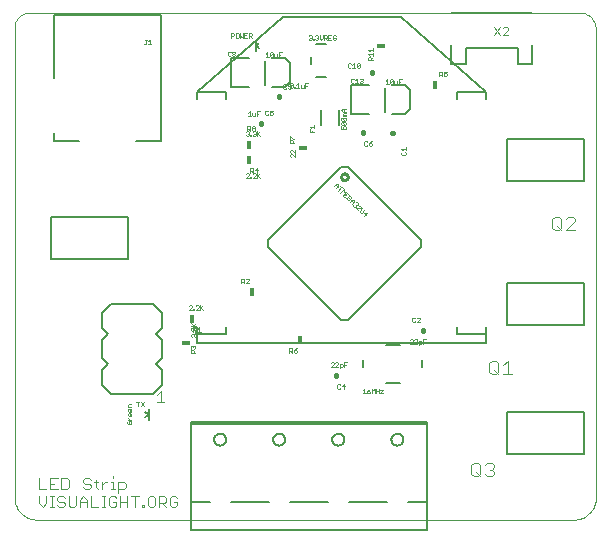
<source format=gto>
G75*
G70*
%OFA0B0*%
%FSLAX24Y24*%
%IPPOS*%
%LPD*%
%AMOC8*
5,1,8,0,0,1.08239X$1,22.5*
%
%ADD10C,0.0000*%
%ADD11C,0.0030*%
%ADD12C,0.0160*%
%ADD13C,0.0010*%
%ADD14C,0.0080*%
%ADD15C,0.0050*%
%ADD16R,0.0280X0.0160*%
%ADD17R,0.0160X0.0280*%
%ADD18C,0.0100*%
%ADD19C,0.0020*%
%ADD20C,0.0040*%
%ADD21C,0.0060*%
D10*
X000963Y000480D02*
X018988Y000480D01*
X018988Y000481D02*
X019039Y000486D01*
X019089Y000495D01*
X019138Y000508D01*
X019187Y000524D01*
X019234Y000543D01*
X019279Y000566D01*
X019323Y000592D01*
X019365Y000621D01*
X019405Y000653D01*
X019442Y000687D01*
X019477Y000725D01*
X019509Y000764D01*
X019538Y000806D01*
X019564Y000850D01*
X019587Y000896D01*
X019607Y000943D01*
X019623Y000991D01*
X019635Y001040D01*
X019645Y001090D01*
X019650Y001141D01*
X019652Y001192D01*
X019650Y001243D01*
X019650Y016717D01*
X019656Y016764D01*
X019659Y016810D01*
X019658Y016857D01*
X019652Y016904D01*
X019643Y016950D01*
X019630Y016995D01*
X019614Y017039D01*
X019594Y017082D01*
X019570Y017122D01*
X019543Y017161D01*
X019513Y017197D01*
X019480Y017230D01*
X019445Y017261D01*
X019407Y017289D01*
X019367Y017313D01*
X019325Y017335D01*
X019282Y017352D01*
X019237Y017366D01*
X019191Y017376D01*
X000760Y017376D01*
X000718Y017374D01*
X000677Y017369D01*
X000636Y017360D01*
X000596Y017347D01*
X000557Y017331D01*
X000520Y017312D01*
X000485Y017289D01*
X000451Y017264D01*
X000421Y017235D01*
X000392Y017205D01*
X000367Y017171D01*
X000344Y017136D01*
X000325Y017099D01*
X000309Y017060D01*
X000296Y017020D01*
X000287Y016979D01*
X000282Y016938D01*
X000280Y016896D01*
X000280Y001263D01*
X000278Y001211D01*
X000280Y001158D01*
X000286Y001106D01*
X000295Y001054D01*
X000308Y001004D01*
X000325Y000954D01*
X000345Y000905D01*
X000369Y000859D01*
X000396Y000814D01*
X000426Y000771D01*
X000459Y000730D01*
X000495Y000692D01*
X000534Y000656D01*
X000574Y000623D01*
X000618Y000593D01*
X000663Y000567D01*
X000710Y000543D01*
X000758Y000524D01*
X000808Y000507D01*
X000859Y000494D01*
X000911Y000485D01*
X000963Y000480D01*
D11*
X001218Y000895D02*
X001342Y001018D01*
X001342Y001265D01*
X001463Y001265D02*
X001587Y001265D01*
X001525Y001265D02*
X001525Y000895D01*
X001463Y000895D02*
X001587Y000895D01*
X001709Y000957D02*
X001771Y000895D01*
X001894Y000895D01*
X001956Y000957D01*
X001956Y001018D01*
X001894Y001080D01*
X001771Y001080D01*
X001709Y001142D01*
X001709Y001204D01*
X001771Y001265D01*
X001894Y001265D01*
X001956Y001204D01*
X002077Y001265D02*
X002077Y000957D01*
X002139Y000895D01*
X002262Y000895D01*
X002324Y000957D01*
X002324Y001265D01*
X002445Y001142D02*
X002569Y001265D01*
X002692Y001142D01*
X002692Y000895D01*
X002814Y000895D02*
X003061Y000895D01*
X003182Y000895D02*
X003306Y000895D01*
X003244Y000895D02*
X003244Y001265D01*
X003182Y001265D02*
X003306Y001265D01*
X003428Y001204D02*
X003428Y000957D01*
X003489Y000895D01*
X003613Y000895D01*
X003675Y000957D01*
X003675Y001080D01*
X003551Y001080D01*
X003428Y001204D02*
X003489Y001265D01*
X003613Y001265D01*
X003675Y001204D01*
X003796Y001265D02*
X003796Y000895D01*
X003796Y001080D02*
X004043Y001080D01*
X004043Y001265D02*
X004043Y000895D01*
X004288Y000895D02*
X004288Y001265D01*
X004411Y001265D02*
X004164Y001265D01*
X003920Y001495D02*
X003735Y001495D01*
X003612Y001495D02*
X003489Y001495D01*
X003551Y001495D02*
X003551Y001742D01*
X003489Y001742D01*
X003367Y001742D02*
X003306Y001742D01*
X003182Y001618D01*
X003182Y001495D02*
X003182Y001742D01*
X003060Y001742D02*
X002937Y001742D01*
X002998Y001804D02*
X002998Y001557D01*
X003060Y001495D01*
X002815Y001557D02*
X002753Y001495D01*
X002630Y001495D01*
X002568Y001557D01*
X002630Y001680D02*
X002568Y001742D01*
X002568Y001804D01*
X002630Y001865D01*
X002753Y001865D01*
X002815Y001804D01*
X002753Y001680D02*
X002815Y001618D01*
X002815Y001557D01*
X002753Y001680D02*
X002630Y001680D01*
X002814Y001265D02*
X002814Y000895D01*
X002692Y001080D02*
X002445Y001080D01*
X002445Y001142D02*
X002445Y000895D01*
X002017Y001495D02*
X001832Y001495D01*
X001832Y001865D01*
X002017Y001865D01*
X002079Y001804D01*
X002079Y001557D01*
X002017Y001495D01*
X001710Y001495D02*
X001463Y001495D01*
X001463Y001865D01*
X001710Y001865D01*
X001587Y001680D02*
X001463Y001680D01*
X001342Y001495D02*
X001095Y001495D01*
X001095Y001865D01*
X001095Y001265D02*
X001095Y001018D01*
X001218Y000895D01*
X003551Y001865D02*
X003551Y001927D01*
X003735Y001742D02*
X003920Y001742D01*
X003981Y001680D01*
X003981Y001557D01*
X003920Y001495D01*
X003735Y001372D02*
X003735Y001742D01*
X004533Y000957D02*
X004594Y000957D01*
X004594Y000895D01*
X004533Y000895D01*
X004533Y000957D01*
X004717Y000957D02*
X004717Y001204D01*
X004778Y001265D01*
X004902Y001265D01*
X004964Y001204D01*
X004964Y000957D01*
X004902Y000895D01*
X004778Y000895D01*
X004717Y000957D01*
X005085Y001018D02*
X005270Y001018D01*
X005332Y001080D01*
X005332Y001204D01*
X005270Y001265D01*
X005085Y001265D01*
X005085Y000895D01*
X005209Y001018D02*
X005332Y000895D01*
X005453Y000957D02*
X005515Y000895D01*
X005639Y000895D01*
X005700Y000957D01*
X005700Y001080D01*
X005577Y001080D01*
X005700Y001204D02*
X005639Y001265D01*
X005515Y001265D01*
X005453Y001204D01*
X005453Y000957D01*
X005274Y004395D02*
X005027Y004395D01*
X005150Y004395D02*
X005150Y004765D01*
X005027Y004642D01*
D12*
X010980Y005268D02*
X010980Y005292D01*
X013880Y006768D02*
X013880Y006792D01*
X012892Y013380D02*
X012868Y013380D01*
X011880Y013368D02*
X011880Y013392D01*
X012180Y015368D02*
X012180Y015392D01*
X009080Y014592D02*
X009080Y014568D01*
X008480Y013692D02*
X008480Y013668D01*
D13*
X008288Y013575D02*
X008288Y013550D01*
X008263Y013525D01*
X008213Y013525D01*
X008188Y013550D01*
X008188Y013575D01*
X008213Y013600D01*
X008263Y013600D01*
X008288Y013575D01*
X008263Y013525D02*
X008288Y013500D01*
X008288Y013475D01*
X008263Y013450D01*
X008213Y013450D01*
X008188Y013475D01*
X008188Y013500D01*
X008213Y013525D01*
X008140Y013525D02*
X008115Y013500D01*
X008040Y013500D01*
X008040Y013450D02*
X008040Y013600D01*
X008115Y013600D01*
X008140Y013575D01*
X008140Y013525D01*
X008090Y013500D02*
X008140Y013450D01*
X008094Y013400D02*
X008094Y013375D01*
X008069Y013350D01*
X008094Y013325D01*
X008094Y013300D01*
X008069Y013275D01*
X008019Y013275D01*
X007994Y013300D01*
X008044Y013350D02*
X008069Y013350D01*
X008094Y013400D02*
X008069Y013425D01*
X008019Y013425D01*
X007994Y013400D01*
X008142Y013300D02*
X008167Y013300D01*
X008167Y013275D01*
X008142Y013275D01*
X008142Y013300D01*
X008215Y013300D02*
X008240Y013275D01*
X008290Y013275D01*
X008315Y013300D01*
X008315Y013325D01*
X008290Y013350D01*
X008265Y013350D01*
X008290Y013350D02*
X008315Y013375D01*
X008315Y013400D01*
X008290Y013425D01*
X008240Y013425D01*
X008215Y013400D01*
X008363Y013425D02*
X008363Y013275D01*
X008363Y013325D02*
X008463Y013425D01*
X008388Y013350D02*
X008463Y013275D01*
X008355Y013935D02*
X008355Y014085D01*
X008455Y014085D01*
X008405Y014010D02*
X008355Y014010D01*
X008307Y014035D02*
X008307Y013935D01*
X008232Y013935D01*
X008207Y013960D01*
X008207Y014035D01*
X008110Y014085D02*
X008110Y013935D01*
X008060Y013935D02*
X008160Y013935D01*
X008060Y014035D02*
X008110Y014085D01*
X008635Y014085D02*
X008635Y013985D01*
X008660Y013960D01*
X008710Y013960D01*
X008735Y013985D01*
X008782Y013985D02*
X008807Y013960D01*
X008857Y013960D01*
X008882Y013985D01*
X008882Y014035D01*
X008857Y014060D01*
X008832Y014060D01*
X008782Y014035D01*
X008782Y014110D01*
X008882Y014110D01*
X008735Y014085D02*
X008710Y014110D01*
X008660Y014110D01*
X008635Y014085D01*
X009265Y014850D02*
X009315Y014850D01*
X009340Y014875D01*
X009388Y014875D02*
X009413Y014850D01*
X009463Y014850D01*
X009488Y014875D01*
X009488Y014975D01*
X009463Y015000D01*
X009413Y015000D01*
X009388Y014975D01*
X009388Y014950D01*
X009413Y014925D01*
X009488Y014925D01*
X009447Y014900D02*
X009547Y015000D01*
X009547Y014900D01*
X009522Y014875D01*
X009472Y014875D01*
X009447Y014900D01*
X009447Y015000D01*
X009472Y015025D01*
X009522Y015025D01*
X009547Y015000D01*
X009594Y014900D02*
X009619Y014900D01*
X009619Y014875D01*
X009594Y014875D01*
X009594Y014900D01*
X009668Y014875D02*
X009768Y014875D01*
X009718Y014875D02*
X009718Y015025D01*
X009668Y014975D01*
X009815Y014975D02*
X009815Y014900D01*
X009840Y014875D01*
X009915Y014875D01*
X009915Y014975D01*
X009963Y014950D02*
X010013Y014950D01*
X009963Y015025D02*
X010063Y015025D01*
X009963Y015025D02*
X009963Y014875D01*
X009340Y014975D02*
X009315Y015000D01*
X009265Y015000D01*
X009240Y014975D01*
X009240Y014875D01*
X009265Y014850D01*
X009088Y015909D02*
X009088Y016060D01*
X009188Y016060D01*
X009138Y015984D02*
X009088Y015984D01*
X009040Y016009D02*
X009040Y015909D01*
X008965Y015909D01*
X008940Y015934D01*
X008940Y016009D01*
X008893Y016035D02*
X008793Y015934D01*
X008818Y015909D01*
X008868Y015909D01*
X008893Y015934D01*
X008893Y016035D01*
X008868Y016060D01*
X008818Y016060D01*
X008793Y016035D01*
X008793Y015934D01*
X008746Y015909D02*
X008646Y015909D01*
X008696Y015909D02*
X008696Y016060D01*
X008646Y016009D01*
X008188Y016550D02*
X008138Y016600D01*
X008163Y016600D02*
X008088Y016600D01*
X008088Y016550D02*
X008088Y016700D01*
X008163Y016700D01*
X008188Y016675D01*
X008188Y016625D01*
X008163Y016600D01*
X008040Y016550D02*
X007940Y016550D01*
X007940Y016700D01*
X008040Y016700D01*
X007990Y016625D02*
X007940Y016625D01*
X007893Y016550D02*
X007893Y016700D01*
X007793Y016700D02*
X007793Y016550D01*
X007843Y016600D01*
X007893Y016550D01*
X007746Y016575D02*
X007746Y016675D01*
X007721Y016700D01*
X007671Y016700D01*
X007646Y016675D01*
X007646Y016575D01*
X007671Y016550D01*
X007721Y016550D01*
X007746Y016575D01*
X007598Y016625D02*
X007573Y016600D01*
X007498Y016600D01*
X007498Y016550D02*
X007498Y016700D01*
X007573Y016700D01*
X007598Y016675D01*
X007598Y016625D01*
X007607Y016079D02*
X007632Y016054D01*
X007632Y016029D01*
X007607Y016004D01*
X007557Y016004D01*
X007532Y016029D01*
X007532Y016054D01*
X007557Y016079D01*
X007607Y016079D01*
X007607Y016004D02*
X007632Y015979D01*
X007632Y015954D01*
X007607Y015929D01*
X007557Y015929D01*
X007532Y015954D01*
X007532Y015979D01*
X007557Y016004D01*
X007485Y016054D02*
X007460Y016079D01*
X007410Y016079D01*
X007385Y016054D01*
X007385Y015954D01*
X007410Y015929D01*
X007460Y015929D01*
X007485Y015954D01*
X010077Y016500D02*
X010102Y016475D01*
X010152Y016475D01*
X010177Y016500D01*
X010177Y016525D01*
X010152Y016550D01*
X010127Y016550D01*
X010152Y016550D02*
X010177Y016575D01*
X010177Y016600D01*
X010152Y016625D01*
X010102Y016625D01*
X010077Y016600D01*
X010225Y016500D02*
X010250Y016500D01*
X010250Y016475D01*
X010225Y016475D01*
X010225Y016500D01*
X010298Y016500D02*
X010323Y016475D01*
X010373Y016475D01*
X010398Y016500D01*
X010398Y016525D01*
X010373Y016550D01*
X010348Y016550D01*
X010373Y016550D02*
X010398Y016575D01*
X010398Y016600D01*
X010373Y016625D01*
X010323Y016625D01*
X010298Y016600D01*
X010446Y016625D02*
X010446Y016525D01*
X010496Y016475D01*
X010546Y016525D01*
X010546Y016625D01*
X010593Y016625D02*
X010668Y016625D01*
X010693Y016600D01*
X010693Y016550D01*
X010668Y016525D01*
X010593Y016525D01*
X010593Y016475D02*
X010593Y016625D01*
X010643Y016525D02*
X010693Y016475D01*
X010740Y016475D02*
X010740Y016625D01*
X010840Y016625D01*
X010888Y016600D02*
X010888Y016500D01*
X010913Y016475D01*
X010963Y016475D01*
X010988Y016500D01*
X010988Y016550D01*
X010938Y016550D01*
X010988Y016600D02*
X010963Y016625D01*
X010913Y016625D01*
X010888Y016600D01*
X010790Y016550D02*
X010740Y016550D01*
X010740Y016475D02*
X010840Y016475D01*
X011418Y015700D02*
X011393Y015675D01*
X011393Y015575D01*
X011418Y015550D01*
X011468Y015550D01*
X011493Y015575D01*
X011540Y015550D02*
X011640Y015550D01*
X011590Y015550D02*
X011590Y015700D01*
X011540Y015650D01*
X011493Y015675D02*
X011468Y015700D01*
X011418Y015700D01*
X011688Y015675D02*
X011713Y015700D01*
X011763Y015700D01*
X011788Y015675D01*
X011688Y015575D01*
X011713Y015550D01*
X011763Y015550D01*
X011788Y015575D01*
X011788Y015675D01*
X011688Y015675D02*
X011688Y015575D01*
X012060Y015793D02*
X012060Y015868D01*
X012085Y015893D01*
X012135Y015893D01*
X012160Y015868D01*
X012160Y015793D01*
X012210Y015793D02*
X012060Y015793D01*
X012160Y015843D02*
X012210Y015893D01*
X012210Y015940D02*
X012210Y016040D01*
X012210Y016088D02*
X012210Y016188D01*
X012210Y016138D02*
X012060Y016138D01*
X012110Y016088D01*
X012060Y015990D02*
X012210Y015990D01*
X012110Y015940D02*
X012060Y015990D01*
X011855Y015179D02*
X011880Y015154D01*
X011880Y015129D01*
X011855Y015104D01*
X011880Y015079D01*
X011880Y015054D01*
X011855Y015029D01*
X011805Y015029D01*
X011780Y015054D01*
X011732Y015029D02*
X011632Y015029D01*
X011682Y015029D02*
X011682Y015179D01*
X011632Y015129D01*
X011585Y015154D02*
X011560Y015179D01*
X011510Y015179D01*
X011485Y015154D01*
X011485Y015054D01*
X011510Y015029D01*
X011560Y015029D01*
X011585Y015054D01*
X011780Y015154D02*
X011805Y015179D01*
X011855Y015179D01*
X011855Y015104D02*
X011830Y015104D01*
X012646Y015109D02*
X012696Y015160D01*
X012696Y015009D01*
X012646Y015009D02*
X012746Y015009D01*
X012793Y015034D02*
X012893Y015135D01*
X012893Y015034D01*
X012868Y015009D01*
X012818Y015009D01*
X012793Y015034D01*
X012793Y015135D01*
X012818Y015160D01*
X012868Y015160D01*
X012893Y015135D01*
X012940Y015109D02*
X012940Y015034D01*
X012965Y015009D01*
X013040Y015009D01*
X013040Y015109D01*
X013088Y015084D02*
X013138Y015084D01*
X013088Y015009D02*
X013088Y015160D01*
X013188Y015160D01*
X014435Y015260D02*
X014435Y015410D01*
X014510Y015410D01*
X014535Y015385D01*
X014535Y015335D01*
X014510Y015310D01*
X014435Y015310D01*
X014485Y015310D02*
X014535Y015260D01*
X014582Y015285D02*
X014607Y015260D01*
X014657Y015260D01*
X014682Y015285D01*
X014682Y015335D01*
X014657Y015360D01*
X014632Y015360D01*
X014582Y015335D01*
X014582Y015410D01*
X014682Y015410D01*
X012188Y013100D02*
X012138Y013075D01*
X012088Y013025D01*
X012163Y013025D01*
X012188Y013000D01*
X012188Y012975D01*
X012163Y012950D01*
X012113Y012950D01*
X012088Y012975D01*
X012088Y013025D01*
X012040Y012975D02*
X012015Y012950D01*
X011965Y012950D01*
X011940Y012975D01*
X011940Y013075D01*
X011965Y013100D01*
X012015Y013100D01*
X012040Y013075D01*
X011325Y013510D02*
X011300Y013485D01*
X011325Y013510D02*
X011325Y013560D01*
X011300Y013585D01*
X011250Y013585D01*
X011225Y013560D01*
X011225Y013535D01*
X011250Y013485D01*
X011175Y013485D01*
X011175Y013585D01*
X011200Y013632D02*
X011175Y013657D01*
X011175Y013707D01*
X011200Y013732D01*
X011300Y013632D01*
X011325Y013657D01*
X011325Y013707D01*
X011300Y013732D01*
X011200Y013732D01*
X011200Y013780D02*
X011175Y013805D01*
X011175Y013855D01*
X011200Y013880D01*
X011300Y013780D01*
X011325Y013805D01*
X011325Y013855D01*
X011300Y013880D01*
X011200Y013880D01*
X011225Y013927D02*
X011225Y013952D01*
X011250Y013977D01*
X011225Y014002D01*
X011250Y014027D01*
X011325Y014027D01*
X011325Y014074D02*
X011225Y014074D01*
X011175Y014124D01*
X011225Y014174D01*
X011325Y014174D01*
X011250Y014174D02*
X011250Y014074D01*
X011250Y013977D02*
X011325Y013977D01*
X011325Y013927D02*
X011225Y013927D01*
X011200Y013780D02*
X011300Y013780D01*
X011300Y013632D02*
X011200Y013632D01*
X010275Y013632D02*
X010275Y013532D01*
X010275Y013582D02*
X010125Y013582D01*
X010175Y013532D01*
X010125Y013485D02*
X010125Y013385D01*
X010275Y013385D01*
X010200Y013385D02*
X010200Y013435D01*
X009600Y013182D02*
X009575Y013182D01*
X009475Y013282D01*
X009450Y013282D01*
X009450Y013182D01*
X009475Y013135D02*
X009525Y013135D01*
X009550Y013110D01*
X009550Y013035D01*
X009600Y013035D02*
X009450Y013035D01*
X009450Y013110D01*
X009475Y013135D01*
X009550Y013085D02*
X009600Y013135D01*
X009625Y012807D02*
X009625Y012707D01*
X009525Y012807D01*
X009500Y012807D01*
X009475Y012782D01*
X009475Y012732D01*
X009500Y012707D01*
X009500Y012660D02*
X009475Y012635D01*
X009475Y012585D01*
X009500Y012560D01*
X009500Y012660D02*
X009525Y012660D01*
X009625Y012560D01*
X009625Y012660D01*
X008463Y012025D02*
X008363Y011925D01*
X008388Y011950D02*
X008463Y011875D01*
X008363Y011875D02*
X008363Y012025D01*
X008363Y012050D02*
X008363Y012200D01*
X008288Y012125D01*
X008388Y012125D01*
X008290Y012025D02*
X008240Y012025D01*
X008215Y012000D01*
X008240Y012050D02*
X008190Y012100D01*
X008215Y012100D02*
X008140Y012100D01*
X008140Y012050D02*
X008140Y012200D01*
X008215Y012200D01*
X008240Y012175D01*
X008240Y012125D01*
X008215Y012100D01*
X008290Y012025D02*
X008315Y012000D01*
X008315Y011975D01*
X008215Y011875D01*
X008315Y011875D01*
X008167Y011875D02*
X008142Y011875D01*
X008142Y011900D01*
X008167Y011900D01*
X008167Y011875D01*
X008094Y011875D02*
X007994Y011875D01*
X008094Y011975D01*
X008094Y012000D01*
X008069Y012025D01*
X008019Y012025D01*
X007994Y012000D01*
X010930Y011589D02*
X011001Y011659D01*
X011072Y011660D01*
X011072Y011589D01*
X011001Y011518D01*
X011054Y011571D02*
X010983Y011642D01*
X011141Y011591D02*
X011211Y011520D01*
X011245Y011487D02*
X011245Y011416D01*
X011316Y011416D01*
X011210Y011310D01*
X011243Y011277D02*
X011314Y011206D01*
X011365Y011190D02*
X011365Y011155D01*
X011401Y011120D01*
X011436Y011120D01*
X011471Y011155D01*
X011436Y011190D01*
X011436Y011261D02*
X011365Y011190D01*
X011436Y011261D02*
X011471Y011261D01*
X011507Y011226D01*
X011507Y011191D01*
X011523Y011140D02*
X011452Y011069D01*
X011505Y011122D02*
X011576Y011051D01*
X011594Y011069D02*
X011523Y010998D01*
X011574Y010982D02*
X011574Y010947D01*
X011609Y010912D01*
X011645Y010912D01*
X011663Y010929D01*
X011662Y010965D01*
X011645Y010982D01*
X011662Y010965D02*
X011698Y010965D01*
X011716Y010983D01*
X011715Y011018D01*
X011680Y011053D01*
X011645Y011053D01*
X011594Y011069D02*
X011593Y011140D01*
X011523Y011140D01*
X011420Y011312D02*
X011349Y011383D01*
X011243Y011277D01*
X011296Y011330D02*
X011332Y011294D01*
X011139Y011381D02*
X011245Y011487D01*
X011176Y011556D02*
X011070Y011449D01*
X011661Y010861D02*
X011802Y010861D01*
X011820Y010879D01*
X011820Y010914D01*
X011784Y010949D01*
X011749Y010949D01*
X011661Y010861D02*
X011732Y010790D01*
X011783Y010774D02*
X011783Y010739D01*
X011818Y010704D01*
X011854Y010704D01*
X011942Y010792D01*
X011922Y010706D02*
X011993Y010635D01*
X011923Y010600D02*
X012029Y010706D01*
X011922Y010706D01*
X011783Y010774D02*
X011871Y010863D01*
X013185Y012640D02*
X013285Y012640D01*
X013310Y012665D01*
X013310Y012715D01*
X013285Y012740D01*
X013310Y012788D02*
X013310Y012888D01*
X013310Y012838D02*
X013160Y012838D01*
X013210Y012788D01*
X013185Y012740D02*
X013160Y012715D01*
X013160Y012665D01*
X013185Y012640D01*
X008082Y008485D02*
X008057Y008510D01*
X008007Y008510D01*
X007982Y008485D01*
X007935Y008485D02*
X007935Y008435D01*
X007910Y008410D01*
X007835Y008410D01*
X007835Y008360D02*
X007835Y008510D01*
X007910Y008510D01*
X007935Y008485D01*
X007885Y008410D02*
X007935Y008360D01*
X007982Y008360D02*
X008082Y008460D01*
X008082Y008485D01*
X008082Y008360D02*
X007982Y008360D01*
X006563Y007625D02*
X006463Y007525D01*
X006488Y007550D02*
X006563Y007475D01*
X006463Y007475D02*
X006463Y007625D01*
X006415Y007600D02*
X006390Y007625D01*
X006340Y007625D01*
X006315Y007600D01*
X006415Y007600D02*
X006415Y007575D01*
X006315Y007475D01*
X006415Y007475D01*
X006267Y007475D02*
X006242Y007475D01*
X006242Y007500D01*
X006267Y007500D01*
X006267Y007475D01*
X006194Y007475D02*
X006094Y007475D01*
X006194Y007575D01*
X006194Y007600D01*
X006169Y007625D01*
X006119Y007625D01*
X006094Y007600D01*
X006175Y007028D02*
X006275Y006928D01*
X006250Y006953D02*
X006325Y007028D01*
X006325Y006928D02*
X006175Y006928D01*
X006200Y006881D02*
X006225Y006881D01*
X006250Y006856D01*
X006275Y006881D01*
X006300Y006881D01*
X006325Y006856D01*
X006325Y006806D01*
X006300Y006781D01*
X006290Y006800D02*
X006340Y006750D01*
X006325Y006732D02*
X006325Y006707D01*
X006300Y006707D01*
X006300Y006732D01*
X006325Y006732D01*
X006388Y006750D02*
X006488Y006750D01*
X006438Y006750D02*
X006438Y006900D01*
X006388Y006850D01*
X006340Y006825D02*
X006315Y006800D01*
X006240Y006800D01*
X006250Y006831D02*
X006250Y006856D01*
X006240Y006900D02*
X006315Y006900D01*
X006340Y006875D01*
X006340Y006825D01*
X006240Y006750D02*
X006240Y006900D01*
X006200Y006881D02*
X006175Y006856D01*
X006175Y006806D01*
X006200Y006781D01*
X006200Y006660D02*
X006225Y006660D01*
X006250Y006635D01*
X006275Y006660D01*
X006300Y006660D01*
X006325Y006635D01*
X006325Y006585D01*
X006300Y006560D01*
X006250Y006610D02*
X006250Y006635D01*
X006200Y006660D02*
X006175Y006635D01*
X006175Y006585D01*
X006200Y006560D01*
X006200Y006282D02*
X006225Y006257D01*
X006250Y006282D01*
X006275Y006282D01*
X006300Y006257D01*
X006300Y006207D01*
X006275Y006182D01*
X006300Y006135D02*
X006250Y006085D01*
X006250Y006110D02*
X006250Y006035D01*
X006300Y006035D02*
X006150Y006035D01*
X006150Y006110D01*
X006175Y006135D01*
X006225Y006135D01*
X006250Y006110D01*
X006175Y006182D02*
X006150Y006207D01*
X006150Y006257D01*
X006175Y006282D01*
X006200Y006282D01*
X006225Y006257D02*
X006225Y006232D01*
X004582Y004410D02*
X004482Y004260D01*
X004385Y004260D02*
X004385Y004410D01*
X004335Y004410D02*
X004435Y004410D01*
X004482Y004410D02*
X004582Y004260D01*
X004175Y004225D02*
X004075Y004225D01*
X004075Y004300D01*
X004100Y004325D01*
X004175Y004325D01*
X004125Y004178D02*
X004125Y004077D01*
X004150Y004077D02*
X004100Y004077D01*
X004075Y004102D01*
X004075Y004152D01*
X004100Y004178D01*
X004125Y004178D01*
X004175Y004152D02*
X004175Y004102D01*
X004150Y004077D01*
X004125Y004030D02*
X004125Y003930D01*
X004150Y003930D02*
X004100Y003930D01*
X004075Y003955D01*
X004075Y004005D01*
X004100Y004030D01*
X004125Y004030D01*
X004175Y004005D02*
X004175Y003955D01*
X004150Y003930D01*
X004075Y003882D02*
X004075Y003857D01*
X004125Y003807D01*
X004175Y003807D02*
X004075Y003807D01*
X004100Y003760D02*
X004100Y003710D01*
X004100Y003760D02*
X004150Y003760D01*
X004175Y003735D01*
X004175Y003685D01*
X004150Y003660D01*
X004050Y003660D01*
X004025Y003685D01*
X004025Y003735D01*
X004050Y003760D01*
X009440Y006050D02*
X009440Y006200D01*
X009515Y006200D01*
X009540Y006175D01*
X009540Y006125D01*
X009515Y006100D01*
X009440Y006100D01*
X009490Y006100D02*
X009540Y006050D01*
X009588Y006075D02*
X009613Y006050D01*
X009663Y006050D01*
X009688Y006075D01*
X009688Y006100D01*
X009663Y006125D01*
X009588Y006125D01*
X009588Y006075D01*
X009588Y006125D02*
X009638Y006175D01*
X009688Y006200D01*
X010821Y005700D02*
X010846Y005725D01*
X010896Y005725D01*
X010921Y005700D01*
X010921Y005675D01*
X010821Y005575D01*
X010921Y005575D01*
X010968Y005575D02*
X011068Y005675D01*
X011068Y005700D01*
X011043Y005725D01*
X010993Y005725D01*
X010968Y005700D01*
X010968Y005575D02*
X011068Y005575D01*
X011115Y005575D02*
X011190Y005575D01*
X011215Y005600D01*
X011215Y005650D01*
X011190Y005675D01*
X011115Y005675D01*
X011115Y005525D01*
X011263Y005575D02*
X011263Y005725D01*
X011363Y005725D01*
X011313Y005650D02*
X011263Y005650D01*
X011263Y005000D02*
X011188Y004925D01*
X011288Y004925D01*
X011263Y004850D02*
X011263Y005000D01*
X011140Y004975D02*
X011115Y005000D01*
X011065Y005000D01*
X011040Y004975D01*
X011040Y004875D01*
X011065Y004850D01*
X011115Y004850D01*
X011140Y004875D01*
X011885Y004785D02*
X011935Y004835D01*
X011935Y004685D01*
X011885Y004685D02*
X011985Y004685D01*
X012032Y004710D02*
X012057Y004685D01*
X012107Y004685D01*
X012132Y004710D01*
X012132Y004735D01*
X012107Y004760D01*
X012032Y004760D01*
X012032Y004710D01*
X012032Y004760D02*
X012082Y004810D01*
X012132Y004835D01*
X012180Y004835D02*
X012230Y004785D01*
X012280Y004835D01*
X012280Y004685D01*
X012327Y004685D02*
X012327Y004835D01*
X012327Y004760D02*
X012427Y004760D01*
X012474Y004785D02*
X012574Y004785D01*
X012474Y004685D01*
X012574Y004685D01*
X012427Y004685D02*
X012427Y004835D01*
X012180Y004835D02*
X012180Y004685D01*
X013460Y006335D02*
X013560Y006435D01*
X013560Y006460D01*
X013535Y006485D01*
X013485Y006485D01*
X013460Y006460D01*
X013460Y006335D02*
X013560Y006335D01*
X013607Y006335D02*
X013707Y006435D01*
X013707Y006460D01*
X013682Y006485D01*
X013632Y006485D01*
X013607Y006460D01*
X013607Y006335D02*
X013707Y006335D01*
X013755Y006335D02*
X013830Y006335D01*
X013855Y006360D01*
X013855Y006410D01*
X013830Y006435D01*
X013755Y006435D01*
X013755Y006285D01*
X013902Y006335D02*
X013902Y006485D01*
X014002Y006485D01*
X013952Y006410D02*
X013902Y006410D01*
X013782Y007060D02*
X013682Y007060D01*
X013782Y007160D01*
X013782Y007185D01*
X013757Y007210D01*
X013707Y007210D01*
X013682Y007185D01*
X013635Y007185D02*
X013610Y007210D01*
X013560Y007210D01*
X013535Y007185D01*
X013535Y007085D01*
X013560Y007060D01*
X013610Y007060D01*
X013635Y007085D01*
X004838Y016325D02*
X004738Y016325D01*
X004788Y016325D02*
X004788Y016475D01*
X004738Y016425D01*
X004690Y016475D02*
X004640Y016475D01*
X004665Y016475D02*
X004665Y016350D01*
X004640Y016325D01*
X004615Y016325D01*
X004590Y016350D01*
D14*
X005152Y017299D02*
X001608Y017299D01*
X001608Y015212D01*
X001608Y013362D02*
X001608Y013086D01*
X002435Y013086D01*
X004325Y013086D02*
X005152Y013086D01*
X005152Y017299D01*
X007496Y015852D02*
X008086Y015852D01*
X008313Y016099D02*
X008313Y016280D01*
X008435Y016372D01*
X008313Y016461D02*
X008313Y016280D01*
X008319Y016270D02*
X008435Y016194D01*
X008874Y015852D02*
X009307Y015852D01*
X009464Y015695D01*
X009464Y015065D01*
X009307Y014908D01*
X008874Y014908D01*
X008086Y014908D02*
X007496Y014908D01*
X007496Y015852D01*
X007341Y014746D02*
X006357Y014746D01*
X006357Y014490D01*
X006357Y014746D02*
X009211Y017246D01*
X013149Y017246D01*
X016003Y014746D01*
X015019Y014746D01*
X015019Y014490D01*
X016003Y014490D02*
X016003Y014746D01*
X015314Y015658D02*
X015314Y016209D01*
X017046Y016209D01*
X017046Y015658D01*
X017519Y015658D01*
X017519Y016288D01*
X017519Y017351D02*
X014841Y017351D01*
X014841Y016288D02*
X014841Y015658D01*
X015314Y015658D01*
X013464Y014795D02*
X013464Y014165D01*
X013307Y014008D01*
X012874Y014008D01*
X012086Y014008D02*
X011496Y014008D01*
X011496Y014952D01*
X012086Y014952D01*
X012874Y014952D02*
X013307Y014952D01*
X013464Y014795D01*
X011080Y014130D02*
X011080Y013630D01*
X010480Y013630D02*
X010480Y014130D01*
X010649Y015220D02*
X010311Y015220D01*
X010161Y015674D02*
X010161Y015886D01*
X010311Y016340D02*
X010649Y016340D01*
X007341Y014746D02*
X007341Y014490D01*
X011164Y012241D02*
X008719Y009787D01*
X008719Y009564D01*
X011173Y007119D01*
X011396Y007119D01*
X013841Y009573D01*
X013841Y009796D01*
X011387Y012241D01*
X011164Y012241D01*
X016690Y011780D02*
X016690Y013180D01*
X019270Y013180D01*
X019270Y011780D01*
X016690Y011780D01*
X016690Y008380D02*
X019270Y008380D01*
X019270Y006980D01*
X016690Y006980D01*
X016690Y008380D01*
X016003Y006892D02*
X016003Y006675D01*
X015019Y006675D01*
X015019Y006892D01*
X016003Y006675D02*
X016003Y006380D01*
X006357Y006380D01*
X006357Y006675D01*
X007341Y006675D01*
X007341Y006892D01*
X006357Y006892D02*
X006357Y006675D01*
X004070Y009180D02*
X001490Y009180D01*
X001490Y010580D01*
X004070Y010580D01*
X004070Y009180D01*
X004747Y004161D02*
X004747Y003980D01*
X004625Y003888D01*
X004747Y003799D02*
X004747Y003980D01*
X004741Y003990D02*
X004625Y004066D01*
X011896Y005562D02*
X011896Y005798D01*
X012644Y006310D02*
X013116Y006310D01*
X013864Y005798D02*
X013864Y005562D01*
X013116Y005050D02*
X012644Y005050D01*
X016690Y004080D02*
X016690Y002680D01*
X019270Y002680D01*
X019270Y004080D01*
X016690Y004080D01*
D15*
X012630Y014080D02*
X012630Y014880D01*
X008630Y014980D02*
X008630Y015780D01*
X004880Y007680D02*
X003480Y007680D01*
X003180Y007380D01*
X003180Y006880D01*
X003380Y006680D01*
X003180Y006480D01*
X003180Y005880D01*
X003380Y005680D01*
X003180Y005480D01*
X003180Y004980D01*
X003480Y004680D01*
X004880Y004680D01*
X005180Y004980D01*
X005180Y005480D01*
X004980Y005680D01*
X005180Y005880D01*
X005180Y006480D01*
X004980Y006680D01*
X005180Y006880D01*
X005180Y007380D01*
X004880Y007680D01*
D16*
X005980Y006380D03*
X009880Y012880D03*
X012480Y016280D03*
D17*
X014280Y014980D03*
X008080Y012980D03*
X008080Y012480D03*
X008180Y008080D03*
X009780Y006480D03*
X006180Y007180D03*
D18*
X011165Y011907D02*
X011167Y011927D01*
X011172Y011947D01*
X011182Y011965D01*
X011194Y011982D01*
X011209Y011996D01*
X011227Y012006D01*
X011246Y012014D01*
X011266Y012018D01*
X011286Y012018D01*
X011306Y012014D01*
X011325Y012006D01*
X011343Y011996D01*
X011358Y011982D01*
X011370Y011965D01*
X011380Y011947D01*
X011385Y011927D01*
X011387Y011907D01*
X011385Y011887D01*
X011380Y011867D01*
X011370Y011849D01*
X011358Y011832D01*
X011343Y011818D01*
X011325Y011808D01*
X011306Y011800D01*
X011286Y011796D01*
X011266Y011796D01*
X011246Y011800D01*
X011227Y011808D01*
X011209Y011818D01*
X011194Y011832D01*
X011182Y011849D01*
X011172Y011867D01*
X011167Y011887D01*
X011165Y011907D01*
D19*
X016267Y016628D02*
X016454Y016908D01*
X016544Y016861D02*
X016590Y016908D01*
X016684Y016908D01*
X016731Y016861D01*
X016731Y016815D01*
X016544Y016628D01*
X016731Y016628D01*
X016454Y016628D02*
X016267Y016908D01*
D20*
X018277Y010580D02*
X018200Y010504D01*
X018200Y010197D01*
X018277Y010120D01*
X018430Y010120D01*
X018507Y010197D01*
X018507Y010504D01*
X018430Y010580D01*
X018277Y010580D01*
X018353Y010273D02*
X018507Y010120D01*
X018660Y010120D02*
X018967Y010427D01*
X018967Y010504D01*
X018891Y010580D01*
X018737Y010580D01*
X018660Y010504D01*
X018660Y010120D02*
X018967Y010120D01*
X016714Y005780D02*
X016714Y005320D01*
X016867Y005320D02*
X016560Y005320D01*
X016407Y005320D02*
X016253Y005473D01*
X016177Y005320D02*
X016100Y005397D01*
X016100Y005704D01*
X016177Y005780D01*
X016330Y005780D01*
X016407Y005704D01*
X016407Y005397D01*
X016330Y005320D01*
X016177Y005320D01*
X016560Y005627D02*
X016714Y005780D01*
X016191Y002380D02*
X016037Y002380D01*
X015960Y002304D01*
X015807Y002304D02*
X015807Y001997D01*
X015730Y001920D01*
X015577Y001920D01*
X015500Y001997D01*
X015500Y002304D01*
X015577Y002380D01*
X015730Y002380D01*
X015807Y002304D01*
X015653Y002073D02*
X015807Y001920D01*
X015960Y001997D02*
X016037Y001920D01*
X016191Y001920D01*
X016267Y001997D01*
X016267Y002073D01*
X016191Y002150D01*
X016114Y002150D01*
X016191Y002150D02*
X016267Y002227D01*
X016267Y002304D01*
X016191Y002380D01*
D21*
X014017Y003670D02*
X014017Y001070D01*
X014017Y000130D01*
X006147Y000130D01*
X006147Y001070D01*
X006147Y003670D01*
X006147Y003750D01*
X014017Y003750D01*
X014017Y003670D01*
X006147Y003670D01*
X006927Y003150D02*
X006929Y003178D01*
X006935Y003205D01*
X006944Y003231D01*
X006957Y003256D01*
X006974Y003279D01*
X006993Y003299D01*
X007015Y003316D01*
X007039Y003330D01*
X007065Y003340D01*
X007092Y003347D01*
X007120Y003350D01*
X007148Y003349D01*
X007175Y003344D01*
X007202Y003335D01*
X007227Y003323D01*
X007250Y003308D01*
X007271Y003289D01*
X007289Y003268D01*
X007304Y003244D01*
X007315Y003218D01*
X007323Y003192D01*
X007327Y003164D01*
X007327Y003136D01*
X007323Y003108D01*
X007315Y003082D01*
X007304Y003056D01*
X007289Y003032D01*
X007271Y003011D01*
X007250Y002992D01*
X007227Y002977D01*
X007202Y002965D01*
X007175Y002956D01*
X007148Y002951D01*
X007120Y002950D01*
X007092Y002953D01*
X007065Y002960D01*
X007039Y002970D01*
X007015Y002984D01*
X006993Y003001D01*
X006974Y003021D01*
X006957Y003044D01*
X006944Y003069D01*
X006935Y003095D01*
X006929Y003122D01*
X006927Y003150D01*
X006777Y001070D02*
X006147Y001070D01*
X007477Y001070D02*
X008747Y001070D01*
X009447Y001070D02*
X010717Y001070D01*
X011417Y001070D02*
X012687Y001070D01*
X013387Y001070D02*
X014017Y001070D01*
X012837Y003150D02*
X012839Y003178D01*
X012845Y003205D01*
X012854Y003231D01*
X012867Y003256D01*
X012884Y003279D01*
X012903Y003299D01*
X012925Y003316D01*
X012949Y003330D01*
X012975Y003340D01*
X013002Y003347D01*
X013030Y003350D01*
X013058Y003349D01*
X013085Y003344D01*
X013112Y003335D01*
X013137Y003323D01*
X013160Y003308D01*
X013181Y003289D01*
X013199Y003268D01*
X013214Y003244D01*
X013225Y003218D01*
X013233Y003192D01*
X013237Y003164D01*
X013237Y003136D01*
X013233Y003108D01*
X013225Y003082D01*
X013214Y003056D01*
X013199Y003032D01*
X013181Y003011D01*
X013160Y002992D01*
X013137Y002977D01*
X013112Y002965D01*
X013085Y002956D01*
X013058Y002951D01*
X013030Y002950D01*
X013002Y002953D01*
X012975Y002960D01*
X012949Y002970D01*
X012925Y002984D01*
X012903Y003001D01*
X012884Y003021D01*
X012867Y003044D01*
X012854Y003069D01*
X012845Y003095D01*
X012839Y003122D01*
X012837Y003150D01*
X010867Y003150D02*
X010869Y003178D01*
X010875Y003205D01*
X010884Y003231D01*
X010897Y003256D01*
X010914Y003279D01*
X010933Y003299D01*
X010955Y003316D01*
X010979Y003330D01*
X011005Y003340D01*
X011032Y003347D01*
X011060Y003350D01*
X011088Y003349D01*
X011115Y003344D01*
X011142Y003335D01*
X011167Y003323D01*
X011190Y003308D01*
X011211Y003289D01*
X011229Y003268D01*
X011244Y003244D01*
X011255Y003218D01*
X011263Y003192D01*
X011267Y003164D01*
X011267Y003136D01*
X011263Y003108D01*
X011255Y003082D01*
X011244Y003056D01*
X011229Y003032D01*
X011211Y003011D01*
X011190Y002992D01*
X011167Y002977D01*
X011142Y002965D01*
X011115Y002956D01*
X011088Y002951D01*
X011060Y002950D01*
X011032Y002953D01*
X011005Y002960D01*
X010979Y002970D01*
X010955Y002984D01*
X010933Y003001D01*
X010914Y003021D01*
X010897Y003044D01*
X010884Y003069D01*
X010875Y003095D01*
X010869Y003122D01*
X010867Y003150D01*
X008897Y003150D02*
X008899Y003178D01*
X008905Y003205D01*
X008914Y003231D01*
X008927Y003256D01*
X008944Y003279D01*
X008963Y003299D01*
X008985Y003316D01*
X009009Y003330D01*
X009035Y003340D01*
X009062Y003347D01*
X009090Y003350D01*
X009118Y003349D01*
X009145Y003344D01*
X009172Y003335D01*
X009197Y003323D01*
X009220Y003308D01*
X009241Y003289D01*
X009259Y003268D01*
X009274Y003244D01*
X009285Y003218D01*
X009293Y003192D01*
X009297Y003164D01*
X009297Y003136D01*
X009293Y003108D01*
X009285Y003082D01*
X009274Y003056D01*
X009259Y003032D01*
X009241Y003011D01*
X009220Y002992D01*
X009197Y002977D01*
X009172Y002965D01*
X009145Y002956D01*
X009118Y002951D01*
X009090Y002950D01*
X009062Y002953D01*
X009035Y002960D01*
X009009Y002970D01*
X008985Y002984D01*
X008963Y003001D01*
X008944Y003021D01*
X008927Y003044D01*
X008914Y003069D01*
X008905Y003095D01*
X008899Y003122D01*
X008897Y003150D01*
M02*

</source>
